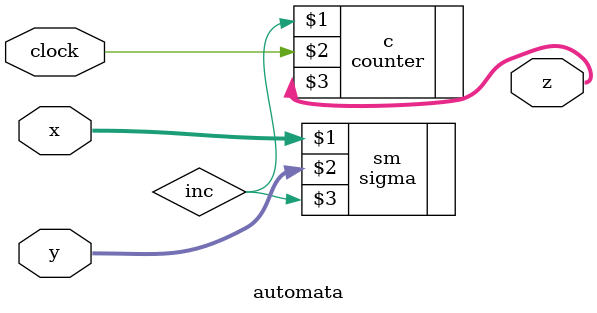
<source format=v>
module automata (
    input [0:M-1] x,
    input [0:M-1] y,
    input clock,
    output [0:N-1] z
);
    parameter N = 8;
    parameter M = 8;

    wire inc;
    sigma sm(x, y, inc);
    counter c(inc, clock, z);
endmodule // automata
</source>
